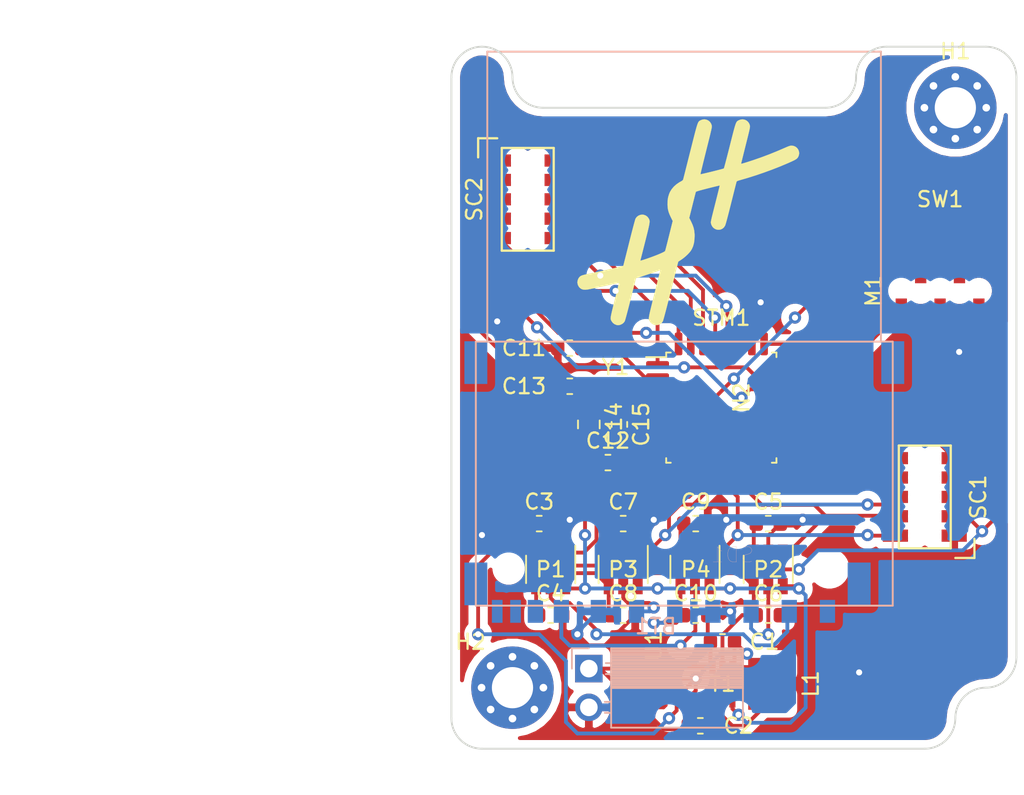
<source format=kicad_pcb>
(kicad_pcb (version 20171130) (host pcbnew 5.1.6-1.fc31)
  (layers (0 F.Cu signal) (31 B.Cu signal) (34 B.Paste user) (35 F.Paste user) (36 B.SilkS user) (37 F.SilkS user) (38 B.Mask user) (39 F.Mask user) (44 Edge.Cuts user))
  (net 0 "")
  (net 1 GND)
  (net 2 /Power/2V4)
  (net 3 /Power/3V3)
  (net 4 /MCU/OSC.IN)
  (net 5 /MCU/~RST)
  (net 6 /MCU/OSC.OUT)
  (net 7 "Net-(L1-Pad1)")
  (net 8 /MCU/SWD.IO)
  (net 9 /MCU/SWD.CLK)
  (net 10 "Net-(P1-Pad5)")
  (net 11 "/SD Card/EN")
  (net 12 "/SD Card/~SPI.CS")
  (net 13 "Net-(P2-Pad5)")
  (net 14 "/SD Card/SPI.MOSI")
  (net 15 "Net-(P3-Pad5)")
  (net 16 "/SD Card/SPI.CLK")
  (net 17 "Net-(P4-Pad5)")
  (net 18 "/SD Card/SPI.MISO")
  (net 19 "/Sensor Connector/~SPI1.CS")
  (net 20 "/Sensor Connector/I2C2.SDA")
  (net 21 "/Sensor Connector/I2C2.SCL")
  (net 22 /MCU/SPI2.CLK)
  (net 23 /MCU/SPI2.MOSI)
  (net 24 /MCU/SPI2.MISO)
  (net 25 /MCU/I2C1.SDA)
  (net 26 /MCU/I2C1.SCK)
  (net 27 /MCU/~SPI2.CS)
  (net 28 /MCU/GPIO1.2)
  (net 29 /MCU/GPIO1.1)
  (net 30 /MCU/GPIO2.2)
  (net 31 /MCU/GPIO2.1)
  (net 32 "Net-(BT1-Pad1)")
  (module data-logger:693063020911 (layer B.Cu) (at 166.5 110)
    (fp_text reference SD1 (at 15.4 -3.7) (layer B.SilkS) (effects (font (thickness 0.015)) (justify mirror)))
    (fp_text value 693063020911)
    (pad "" smd rect (at 0 0) (size 0.7 1.5) (layers B.Cu B.Paste B.Mask))
    (pad "" smd rect (at 1.2 0) (size 0.7 1.5) (layers B.Cu B.Paste B.Mask))
    (pad 8 smd rect (at 2.5 0) (size 1 1.5) (layers B.Cu B.Paste B.Mask))
    (pad 7 smd rect (at 4.2 0) (size 1 1.5) (layers B.Cu B.Paste B.Mask) (net 17 "Net-(P4-Pad5)"))
    (pad 6 smd rect (at 6.625 0) (size 1 1.5) (layers B.Cu B.Paste B.Mask) (net 1 GND))
    (pad 5 smd rect (at 9.125 0) (size 1 1.5) (layers B.Cu B.Paste B.Mask) (net 15 "Net-(P3-Pad5)"))
    (pad 4 smd rect (at 11.625 0) (size 1 1.5) (layers B.Cu B.Paste B.Mask) (net 3 /Power/3V3))
    (pad 3 smd rect (at 14.125 0) (size 1 1.5) (layers B.Cu B.Paste B.Mask) (net 1 GND))
    (pad 2 smd rect (at 16.625 0) (size 1 1.5) (layers B.Cu B.Paste B.Mask) (net 13 "Net-(P2-Pad5)"))
    (pad 1 smd rect (at 19.125 0) (size 1 1.5) (layers B.Cu B.Paste B.Mask) (net 10 "Net-(P1-Pad5)"))
    (pad 9 smd rect (at 21.625 0) (size 1 1.5) (layers B.Cu B.Paste B.Mask))
    (pad "" smd rect (at -1.4 -1.8) (size 1.5 2.8) (layers B.Cu B.Paste B.Mask))
    (pad "" smd rect (at 23.7 -1.8) (size 1.5 2.8) (layers B.Cu B.Paste B.Mask))
    (pad "" smd rect (at -1.4 -16.3) (size 1.5 2.8) (layers B.Cu B.Paste B.Mask))
    (pad "" smd rect (at 25.9 -16.3) (size 1.5 2.8) (layers B.Cu B.Paste B.Mask))
    (pad None np_thru_hole circle (at 0.75 -2.8) (size 1.1 1.1) (drill 1.1) (layers *.Cu *.Mask))
    (pad None np_thru_hole circle (at 21.75 -2.8) (size 1.6 1.6) (drill 1.6) (layers *.Cu *.Mask))
  )
  (module data-logger:PinSocket_1x02_P2.54mm_Horizontal (layer B.Cu) (at 172.5 113.75 180)
    (fp_text reference BT1 (at -4.38 2.77 180) (layer B.SilkS) (effects (justify mirror)))
    (fp_text value Battery)
    (pad 1 thru_hole rect (at 0 0 180) (size 1.8 1.8) (drill 1.15) (layers *.Cu *.Mask) (net 32 "Net-(BT1-Pad1)"))
    (pad 2 thru_hole oval (at 0 -2.54 180) (size 1.8 1.8) (drill 1.15) (layers *.Cu *.Mask) (net 1 GND))
  )
  (module data-logger:DMP2008UFG-7 (layer F.Cu) (at 176.705 114.75 90)
    (fp_text reference U1 (at 2.5 0.045 90) (layer F.SilkS))
    (fp_text value DMP2008UFG-7)
    (pad 8 smd rect (at 0 -0.455 90) (size 2.37 1.71) (layers F.Cu F.Paste F.Mask) (net 32 "Net-(BT1-Pad1)"))
    (pad 8 smd rect (at -0.975 -1.5 90) (size 0.42 0.7) (layers F.Cu F.Paste F.Mask) (net 32 "Net-(BT1-Pad1)"))
    (pad 7 smd rect (at -0.325 -1.5 90) (size 0.42 0.7) (layers F.Cu F.Paste F.Mask) (net 32 "Net-(BT1-Pad1)"))
    (pad 6 smd rect (at 0.325 -1.5 90) (size 0.42 0.7) (layers F.Cu F.Paste F.Mask) (net 32 "Net-(BT1-Pad1)"))
    (pad 5 smd rect (at 0.975 -1.5 90) (size 0.42 0.7) (layers F.Cu F.Paste F.Mask) (net 32 "Net-(BT1-Pad1)"))
    (pad 4 smd rect (at 0.975 1.5 90) (size 0.42 0.7) (layers F.Cu F.Paste F.Mask) (net 1 GND))
    (pad 3 smd rect (at 0.325 1.5 90) (size 0.42 0.7) (layers F.Cu F.Paste F.Mask) (net 2 /Power/2V4))
    (pad 2 smd rect (at -0.325 1.5 90) (size 0.42 0.7) (layers F.Cu F.Paste F.Mask) (net 2 /Power/2V4))
    (pad 1 smd rect (at -0.975 1.5 90) (size 0.42 0.7) (layers F.Cu F.Paste F.Mask) (net 2 /Power/2V4))
  )
  (module data-logger:pcb_outline (layer F.Cu) (at 182 96 90)
    (fp_text reference N2 (at 0 0.5 90) (layer F.SilkS))
    (fp_text value Housing)
    (fp_line (start 19 -12.5) (end 19 6) (layer Edge.Cuts) (width 0.12))
    (fp_line (start -23 12.5) (end -23 -16.5) (layer Edge.Cuts) (width 0.12))
    (fp_line (start 21 18.5) (end -17 18.5) (layer Edge.Cuts) (width 0.12))
    (fp_line (start 23 10) (end 23 16.5) (layer Edge.Cuts) (width 0.12))
    (fp_line (start -21 -18.5) (end 21 -18.5) (layer Edge.Cuts) (width 0.12))
    (fp_arc (start -17 16.5) (end -19 16.5) (angle -90) (layer Edge.Cuts) (width 0.12))
    (fp_arc (start -21 16.5) (end -19 16.5) (angle -90) (layer Edge.Cuts) (width 0.12))
    (fp_arc (start 21 10) (end 23 10) (angle -90) (layer Edge.Cuts) (width 0.12))
    (fp_arc (start 21 6) (end 19 6) (angle -90) (layer Edge.Cuts) (width 0.12))
    (fp_arc (start 21 -12.5) (end 21 -14.5) (angle -90) (layer Edge.Cuts) (width 0.12))
    (fp_arc (start 21 -16.5) (end 21 -14.5) (angle -90) (layer Edge.Cuts) (width 0.12))
    (fp_arc (start -21 -16.5) (end -21 -18.5) (angle -90) (layer Edge.Cuts) (width 0.12))
    (fp_arc (start -21 12.5) (end -23 12.5) (angle -90) (layer Edge.Cuts) (width 0.12))
    (fp_arc (start 21 16.5) (end 21 18.5) (angle -90) (layer Edge.Cuts) (width 0.12))
    (fp_arc (start 21 -16.5) (end 23 -16.5) (angle -90) (layer Edge.Cuts) (width 0.12))
  )
  (module Hochreiner:logo (layer F.Cu) (at 179 84.5)
    (fp_text reference L2 hide)
    (fp_text value logo hide)
  )
  (module data-logger:M50-3150542R (layer F.Cu) (at 168.5 83 270)
    (fp_text reference SC2 (at 0 3.5 90) (layer F.SilkS))
    (fp_text value Sensor-Connector)
    (pad 10 smd rect (at 2.54 -1.925 270) (size 0.8 1.65) (layers F.Cu F.Paste F.Mask) (net 30 /MCU/GPIO2.2))
    (pad 8 smd rect (at 1.27 -1.925 270) (size 0.8 1.65) (layers F.Cu F.Paste F.Mask) (net 27 /MCU/~SPI2.CS))
    (pad 6 smd rect (at 0 -1.925 270) (size 0.8 1.65) (layers F.Cu F.Paste F.Mask) (net 22 /MCU/SPI2.CLK))
    (pad "" np_thru_hole circle (at 2.54 0.635 270) (size 0.71 0.71) (drill 0.71) (layers *.Cu *.Mask))
    (pad "" np_thru_hole circle (at 2.54 -0.635 270) (size 0.71 0.71) (drill 0.71) (layers *.Cu *.Mask))
    (pad "" np_thru_hole circle (at -2.54 0.635 270) (size 0.71 0.71) (drill 0.71) (layers *.Cu *.Mask))
    (pad "" np_thru_hole circle (at -2.54 -0.635 270) (size 0.71 0.71) (drill 0.71) (layers *.Cu *.Mask))
    (pad "" np_thru_hole circle (at -1.27 0.635 270) (size 0.71 0.71) (drill 0.71) (layers *.Cu *.Mask))
    (pad "" np_thru_hole circle (at -1.27 -0.635 270) (size 0.71 0.71) (drill 0.71) (layers *.Cu *.Mask))
    (pad "" np_thru_hole circle (at 1.27 0.635 270) (size 0.71 0.71) (drill 0.71) (layers *.Cu *.Mask))
    (pad "" np_thru_hole circle (at 1.27 -0.635 270) (size 0.71 0.71) (drill 0.71) (layers *.Cu *.Mask))
    (pad "" np_thru_hole circle (at 0 0.635 270) (size 0.71 0.71) (drill 0.71) (layers *.Cu *.Mask))
    (pad "" np_thru_hole circle (at 0 -0.635 270) (size 0.71 0.71) (drill 0.71) (layers *.Cu *.Mask))
    (pad "" np_thru_hole circle (at -1.905 0 270) (size 0.75 0.75) (drill 0.75) (layers *.Cu *.Mask))
    (pad "" np_thru_hole circle (at 1.905 0 270) (size 0.75 0.75) (drill 0.75) (layers *.Cu *.Mask))
    (pad 4 smd rect (at -1.27 -1.925 270) (size 0.8 1.65) (layers F.Cu F.Paste F.Mask) (net 23 /MCU/SPI2.MOSI))
    (pad 2 smd rect (at -2.54 -1.925 270) (size 0.8 1.65) (layers F.Cu F.Paste F.Mask) (net 24 /MCU/SPI2.MISO))
    (pad 5 smd rect (at 0 1.925 270) (size 0.8 1.65) (layers F.Cu F.Paste F.Mask) (net 20 "/Sensor Connector/I2C2.SDA"))
    (pad 9 smd rect (at 2.54 1.925 270) (size 0.8 1.65) (layers F.Cu F.Paste F.Mask) (net 31 /MCU/GPIO2.1))
    (pad 7 smd rect (at 1.27 1.925 270) (size 0.8 1.65) (layers F.Cu F.Paste F.Mask) (net 21 "/Sensor Connector/I2C2.SCL"))
    (pad 1 smd rect (at -2.54 1.925 270) (size 0.8 1.65) (layers F.Cu F.Paste F.Mask) (net 1 GND))
    (pad 3 smd rect (at -1.27 1.925 270) (size 0.8 1.65) (layers F.Cu F.Paste F.Mask) (net 2 /Power/2V4))
  )
  (module data-logger:MPD_BC2AAAL (layer B.Cu) (at 146.5 96 270)
    (fp_text reference N1 hide)
    (fp_text value BatteryHolder hide)
  )
  (module MountingHole:MountingHole_2.7mm_M2.5_Pad_Via (layer F.Cu) (at 167.5 115)
    (fp_text reference H2 (at -2.75 -3) (layer F.SilkS))
    (fp_text value MountingHole)
    (pad 1 thru_hole circle (at 1.431891 -1.431891) (size 0.8 0.8) (drill 0.5) (layers *.Cu *.Mask))
    (pad 1 thru_hole circle (at 0 -2.025) (size 0.8 0.8) (drill 0.5) (layers *.Cu *.Mask))
    (pad 1 thru_hole circle (at -1.431891 -1.431891) (size 0.8 0.8) (drill 0.5) (layers *.Cu *.Mask))
    (pad 1 thru_hole circle (at -2.025 0) (size 0.8 0.8) (drill 0.5) (layers *.Cu *.Mask))
    (pad 1 thru_hole circle (at -1.431891 1.431891) (size 0.8 0.8) (drill 0.5) (layers *.Cu *.Mask))
    (pad 1 thru_hole circle (at 0 2.025) (size 0.8 0.8) (drill 0.5) (layers *.Cu *.Mask))
    (pad 1 thru_hole circle (at 1.431891 1.431891) (size 0.8 0.8) (drill 0.5) (layers *.Cu *.Mask))
    (pad 1 thru_hole circle (at 2.025 0) (size 0.8 0.8) (drill 0.5) (layers *.Cu *.Mask))
    (pad 1 thru_hole circle (at 0 0) (size 5.4 5.4) (drill 2.7) (layers *.Cu *.Mask))
  )
  (module MountingHole:MountingHole_2.7mm_M2.5_Pad_Via (layer F.Cu) (at 196.5 77)
    (fp_text reference H1 (at 0 -3.7) (layer F.SilkS))
    (fp_text value MountingHole)
    (pad 1 thru_hole circle (at 1.431891 -1.431891) (size 0.8 0.8) (drill 0.5) (layers *.Cu *.Mask))
    (pad 1 thru_hole circle (at 0 -2.025) (size 0.8 0.8) (drill 0.5) (layers *.Cu *.Mask))
    (pad 1 thru_hole circle (at -1.431891 -1.431891) (size 0.8 0.8) (drill 0.5) (layers *.Cu *.Mask))
    (pad 1 thru_hole circle (at -2.025 0) (size 0.8 0.8) (drill 0.5) (layers *.Cu *.Mask))
    (pad 1 thru_hole circle (at -1.431891 1.431891) (size 0.8 0.8) (drill 0.5) (layers *.Cu *.Mask))
    (pad 1 thru_hole circle (at 0 2.025) (size 0.8 0.8) (drill 0.5) (layers *.Cu *.Mask))
    (pad 1 thru_hole circle (at 1.431891 1.431891) (size 0.8 0.8) (drill 0.5) (layers *.Cu *.Mask))
    (pad 1 thru_hole circle (at 2.025 0) (size 0.8 0.8) (drill 0.5) (layers *.Cu *.Mask))
    (pad 1 thru_hole circle (at 0 0) (size 5.4 5.4) (drill 2.7) (layers *.Cu *.Mask))
  )
  (module data-logger:M50-3150542R (layer F.Cu) (at 194.5 102.5 90)
    (fp_text reference SC1 (at 0 3.5 90) (layer F.SilkS))
    (fp_text value Sensor-Connector)
    (pad 10 smd rect (at 2.54 -1.925 90) (size 0.8 1.65) (layers F.Cu F.Paste F.Mask) (net 28 /MCU/GPIO1.2))
    (pad 8 smd rect (at 1.27 -1.925 90) (size 0.8 1.65) (layers F.Cu F.Paste F.Mask) (net 19 "/Sensor Connector/~SPI1.CS"))
    (pad 6 smd rect (at 0 -1.925 90) (size 0.8 1.65) (layers F.Cu F.Paste F.Mask) (net 16 "/SD Card/SPI.CLK"))
    (pad "" np_thru_hole circle (at 2.54 0.635 90) (size 0.71 0.71) (drill 0.71) (layers *.Cu *.Mask))
    (pad "" np_thru_hole circle (at 2.54 -0.635 90) (size 0.71 0.71) (drill 0.71) (layers *.Cu *.Mask))
    (pad "" np_thru_hole circle (at -2.54 0.635 90) (size 0.71 0.71) (drill 0.71) (layers *.Cu *.Mask))
    (pad "" np_thru_hole circle (at -2.54 -0.635 90) (size 0.71 0.71) (drill 0.71) (layers *.Cu *.Mask))
    (pad "" np_thru_hole circle (at -1.27 0.635 90) (size 0.71 0.71) (drill 0.71) (layers *.Cu *.Mask))
    (pad "" np_thru_hole circle (at -1.27 -0.635 90) (size 0.71 0.71) (drill 0.71) (layers *.Cu *.Mask))
    (pad "" np_thru_hole circle (at 1.27 0.635 90) (size 0.71 0.71) (drill 0.71) (layers *.Cu *.Mask))
    (pad "" np_thru_hole circle (at 1.27 -0.635 90) (size 0.71 0.71) (drill 0.71) (layers *.Cu *.Mask))
    (pad "" np_thru_hole circle (at 0 0.635 90) (size 0.71 0.71) (drill 0.71) (layers *.Cu *.Mask))
    (pad "" np_thru_hole circle (at 0 -0.635 90) (size 0.71 0.71) (drill 0.71) (layers *.Cu *.Mask))
    (pad "" np_thru_hole circle (at -1.905 0 90) (size 0.75 0.75) (drill 0.75) (layers *.Cu *.Mask))
    (pad "" np_thru_hole circle (at 1.905 0 90) (size 0.75 0.75) (drill 0.75) (layers *.Cu *.Mask))
    (pad 4 smd rect (at -1.27 -1.925 90) (size 0.8 1.65) (layers F.Cu F.Paste F.Mask) (net 14 "/SD Card/SPI.MOSI"))
    (pad 2 smd rect (at -2.54 -1.925 90) (size 0.8 1.65) (layers F.Cu F.Paste F.Mask) (net 18 "/SD Card/SPI.MISO"))
    (pad 5 smd rect (at 0 1.925 90) (size 0.8 1.65) (layers F.Cu F.Paste F.Mask) (net 25 /MCU/I2C1.SDA))
    (pad 9 smd rect (at 2.54 1.925 90) (size 0.8 1.65) (layers F.Cu F.Paste F.Mask) (net 29 /MCU/GPIO1.1))
    (pad 7 smd rect (at 1.27 1.925 90) (size 0.8 1.65) (layers F.Cu F.Paste F.Mask) (net 26 /MCU/I2C1.SCK))
    (pad 1 smd rect (at -2.54 1.925 90) (size 0.8 1.65) (layers F.Cu F.Paste F.Mask) (net 1 GND))
    (pad 3 smd rect (at -1.27 1.925 90) (size 0.8 1.65) (layers F.Cu F.Paste F.Mask) (net 2 /Power/2V4))
  )
  (module data-logger:M50-3130545 (layer F.Cu) (at 195.5 89 180)
    (fp_text reference M1 (at 4.35 0 90) (layer F.SilkS))
    (fp_text value M50-3130545)
    (pad 1 smd rect (at -2.54 -1.3 180) (size 0.74 1.6) (layers F.Cu F.Paste F.Mask) (net 2 /Power/2V4))
    (pad 3 smd rect (at 0 -1.3 180) (size 0.74 1.6) (layers F.Cu F.Paste F.Mask) (net 1 GND))
    (pad 5 smd rect (at 2.54 -1.3 180) (size 0.74 1.6) (layers F.Cu F.Paste F.Mask) (net 8 /MCU/SWD.IO))
    (pad 2 smd rect (at -1.27 1.3 180) (size 0.74 1.6) (layers F.Cu F.Paste F.Mask) (net 5 /MCU/~RST))
    (pad 4 smd rect (at 1.27 1.3 180) (size 0.74 1.6) (layers F.Cu F.Paste F.Mask) (net 9 /MCU/SWD.CLK))
    (pad "" np_thru_hole circle (at -2.54 0 180) (size 0.7 0.7) (drill 0.7) (layers *.Cu *.Mask))
    (pad "" np_thru_hole circle (at -1.27 0 180) (size 0.7 0.7) (drill 0.7) (layers *.Cu *.Mask))
    (pad "" np_thru_hole circle (at 0 0 180) (size 0.7 0.7) (drill 0.7) (layers *.Cu *.Mask))
    (pad "" np_thru_hole circle (at 1.27 0 180) (size 0.7 0.7) (drill 0.7) (layers *.Cu *.Mask))
    (pad "" np_thru_hole circle (at 2.54 0 180) (size 0.7 0.7) (drill 0.7) (layers *.Cu *.Mask))
  )
  (module MicroCrystal:CM7V-T1A (layer F.Cu) (at 174.25 94 270)
    (fp_text reference Y1 (at 0 0 180) (layer F.SilkS))
    (fp_text value "32.768 kHz")
    (pad 2 smd rect (at 1.25 0 270) (size 1 1.8) (layers F.Cu F.Paste F.Mask) (net 6 /MCU/OSC.OUT))
    (pad 1 smd rect (at -1.25 0 270) (size 1 1.8) (layers F.Cu F.Paste F.Mask) (net 4 /MCU/OSC.IN))
  )
  (module TexasInstruments:TLV61225DCKR (layer F.Cu) (at 181.25 114.75 180)
    (fp_text reference T1 (at 0 0) (layer F.SilkS))
    (fp_text value TLV61225DCKR)
    (pad 6 smd rect (at -0.65 -1.1 180) (size 0.4 0.9) (layers F.Cu F.Paste F.Mask) (net 11 "/SD Card/EN"))
    (pad 5 smd rect (at 0 -1.1 180) (size 0.4 0.9) (layers F.Cu F.Paste F.Mask) (net 7 "Net-(L1-Pad1)"))
    (pad 4 smd rect (at 0.65 -1.1 180) (size 0.4 0.9) (layers F.Cu F.Paste F.Mask) (net 3 /Power/3V3))
    (pad 3 smd rect (at 0.65 1.1 180) (size 0.4 0.9) (layers F.Cu F.Paste F.Mask) (net 1 GND))
    (pad 2 smd rect (at 0 1.1 180) (size 0.4 0.9) (layers F.Cu F.Paste F.Mask) (net 3 /Power/3V3))
    (pad 1 smd rect (at -0.65 1.1 180) (size 0.4 0.9) (layers F.Cu F.Paste F.Mask) (net 2 /Power/2V4))
  )
  (module CnK:PTS526-SM15-SMTR2-LFS (layer F.Cu) (at 195.5 83.5 180)
    (fp_text reference SW1 (at 0 0.5) (layer F.SilkS))
    (fp_text value SW_Push)
    (pad 2 smd rect (at 3 1.85 180) (size 1 0.7) (layers F.Cu F.Paste F.Mask) (net 1 GND))
    (pad 2 smd rect (at -3 1.85 180) (size 1 0.7) (layers F.Cu F.Paste F.Mask) (net 1 GND))
    (pad 1 smd rect (at 3 -1.85 180) (size 1 0.7) (layers F.Cu F.Paste F.Mask) (net 5 /MCU/~RST))
    (pad 1 smd rect (at -3 -1.85 180) (size 1 0.7) (layers F.Cu F.Paste F.Mask) (net 5 /MCU/~RST))
  )
  (module Package_QFP:LQFP-32_7x7mm_P0.8mm (layer F.Cu) (at 181.175 96.65)
    (fp_text reference STM1 (at 0 -5.88) (layer F.SilkS))
    (fp_text value STM32G070KBT6)
    (pad 32 smd roundrect (at -2.8 -4.175) (size 0.5 1.5) (layers F.Cu F.Paste F.Mask) (net 22 /MCU/SPI2.CLK))
    (pad 31 smd roundrect (at -2 -4.175) (size 0.5 1.5) (layers F.Cu F.Paste F.Mask) (net 23 /MCU/SPI2.MOSI))
    (pad 30 smd roundrect (at -1.2 -4.175) (size 0.5 1.5) (layers F.Cu F.Paste F.Mask) (net 24 /MCU/SPI2.MISO))
    (pad 29 smd roundrect (at -0.4 -4.175) (size 0.5 1.5) (layers F.Cu F.Paste F.Mask) (net 31 /MCU/GPIO2.1))
    (pad 28 smd roundrect (at 0.4 -4.175) (size 0.5 1.5) (layers F.Cu F.Paste F.Mask) (net 30 /MCU/GPIO2.2))
    (pad 27 smd roundrect (at 1.2 -4.175) (size 0.5 1.5) (layers F.Cu F.Paste F.Mask))
    (pad 26 smd roundrect (at 2 -4.175) (size 0.5 1.5) (layers F.Cu F.Paste F.Mask))
    (pad 25 smd roundrect (at 2.8 -4.175) (size 0.5 1.5) (layers F.Cu F.Paste F.Mask) (net 9 /MCU/SWD.CLK))
    (pad 24 smd roundrect (at 4.175 -2.8) (size 1.5 0.5) (layers F.Cu F.Paste F.Mask) (net 8 /MCU/SWD.IO))
    (pad 23 smd roundrect (at 4.175 -2) (size 1.5 0.5) (layers F.Cu F.Paste F.Mask) (net 20 "/Sensor Connector/I2C2.SDA"))
    (pad 22 smd roundrect (at 4.175 -1.2) (size 1.5 0.5) (layers F.Cu F.Paste F.Mask) (net 21 "/Sensor Connector/I2C2.SCL"))
    (pad 21 smd roundrect (at 4.175 -0.4) (size 1.5 0.5) (layers F.Cu F.Paste F.Mask) (net 25 /MCU/I2C1.SDA))
    (pad 20 smd roundrect (at 4.175 0.4) (size 1.5 0.5) (layers F.Cu F.Paste F.Mask))
    (pad 19 smd roundrect (at 4.175 1.2) (size 1.5 0.5) (layers F.Cu F.Paste F.Mask) (net 26 /MCU/I2C1.SCK))
    (pad 18 smd roundrect (at 4.175 2) (size 1.5 0.5) (layers F.Cu F.Paste F.Mask))
    (pad 17 smd roundrect (at 4.175 2.8) (size 1.5 0.5) (layers F.Cu F.Paste F.Mask) (net 29 /MCU/GPIO1.1))
    (pad 16 smd roundrect (at 2.8 4.175) (size 0.5 1.5) (layers F.Cu F.Paste F.Mask) (net 28 /MCU/GPIO1.2))
    (pad 15 smd roundrect (at 2 4.175) (size 0.5 1.5) (layers F.Cu F.Paste F.Mask) (net 19 "/Sensor Connector/~SPI1.CS"))
    (pad 14 smd roundrect (at 1.2 4.175) (size 0.5 1.5) (layers F.Cu F.Paste F.Mask) (net 14 "/SD Card/SPI.MOSI"))
    (pad 13 smd roundrect (at 0.4 4.175) (size 0.5 1.5) (layers F.Cu F.Paste F.Mask) (net 18 "/SD Card/SPI.MISO"))
    (pad 12 smd roundrect (at -0.4 4.175) (size 0.5 1.5) (layers F.Cu F.Paste F.Mask) (net 16 "/SD Card/SPI.CLK"))
    (pad 11 smd roundrect (at -1.2 4.175) (size 0.5 1.5) (layers F.Cu F.Paste F.Mask) (net 12 "/SD Card/~SPI.CS"))
    (pad 10 smd roundrect (at -2 4.175) (size 0.5 1.5) (layers F.Cu F.Paste F.Mask))
    (pad 9 smd roundrect (at -2.8 4.175) (size 0.5 1.5) (layers F.Cu F.Paste F.Mask))
    (pad 8 smd roundrect (at -4.175 2.8) (size 1.5 0.5) (layers F.Cu F.Paste F.Mask))
    (pad 7 smd roundrect (at -4.175 2) (size 1.5 0.5) (layers F.Cu F.Paste F.Mask) (net 11 "/SD Card/EN"))
    (pad 6 smd roundrect (at -4.175 1.2) (size 1.5 0.5) (layers F.Cu F.Paste F.Mask) (net 5 /MCU/~RST))
    (pad 5 smd roundrect (at -4.175 0.4) (size 1.5 0.5) (layers F.Cu F.Paste F.Mask) (net 1 GND))
    (pad 4 smd roundrect (at -4.175 -0.4) (size 1.5 0.5) (layers F.Cu F.Paste F.Mask) (net 2 /Power/2V4))
    (pad 3 smd roundrect (at -4.175 -1.2) (size 1.5 0.5) (layers F.Cu F.Paste F.Mask) (net 6 /MCU/OSC.OUT))
    (pad 2 smd roundrect (at -4.175 -2) (size 1.5 0.5) (layers F.Cu F.Paste F.Mask) (net 4 /MCU/OSC.IN))
    (pad 1 smd roundrect (at -4.175 -2.8) (size 1.5 0.5) (layers F.Cu F.Paste F.Mask) (net 27 /MCU/~SPI2.CS))
  )
  (module Package_TO_SOT_SMD:SOT-23-6 (layer F.Cu) (at 179.45 107.25 270)
    (fp_text reference P4 (at 0 -0.05 180) (layer F.SilkS))
    (fp_text value PI4ULS3V501TAEX)
    (pad 5 smd rect (at 1.1 0 270) (size 1.06 0.65) (layers F.Cu F.Paste F.Mask) (net 17 "Net-(P4-Pad5)"))
    (pad 6 smd rect (at 1.1 -0.95 270) (size 1.06 0.65) (layers F.Cu F.Paste F.Mask) (net 11 "/SD Card/EN"))
    (pad 4 smd rect (at 1.1 0.95 270) (size 1.06 0.65) (layers F.Cu F.Paste F.Mask) (net 3 /Power/3V3))
    (pad 3 smd rect (at -1.1 0.95 270) (size 1.06 0.65) (layers F.Cu F.Paste F.Mask) (net 2 /Power/2V4))
    (pad 2 smd rect (at -1.1 0 270) (size 1.06 0.65) (layers F.Cu F.Paste F.Mask) (net 1 GND))
    (pad 1 smd rect (at -1.1 -0.95 270) (size 1.06 0.65) (layers F.Cu F.Paste F.Mask) (net 18 "/SD Card/SPI.MISO"))
  )
  (module Package_TO_SOT_SMD:SOT-23-6 (layer F.Cu) (at 174.75 107.25 270)
    (fp_text reference P3 (at 0 0 180) (layer F.SilkS))
    (fp_text value PI4ULS3V501TAEX)
    (pad 5 smd rect (at 1.1 0 270) (size 1.06 0.65) (layers F.Cu F.Paste F.Mask) (net 15 "Net-(P3-Pad5)"))
    (pad 6 smd rect (at 1.1 -0.95 270) (size 1.06 0.65) (layers F.Cu F.Paste F.Mask) (net 11 "/SD Card/EN"))
    (pad 4 smd rect (at 1.1 0.95 270) (size 1.06 0.65) (layers F.Cu F.Paste F.Mask) (net 3 /Power/3V3))
    (pad 3 smd rect (at -1.1 0.95 270) (size 1.06 0.65) (layers F.Cu F.Paste F.Mask) (net 2 /Power/2V4))
    (pad 2 smd rect (at -1.1 0 270) (size 1.06 0.65) (layers F.Cu F.Paste F.Mask) (net 1 GND))
    (pad 1 smd rect (at -1.1 -0.95 270) (size 1.06 0.65) (layers F.Cu F.Paste F.Mask) (net 16 "/SD Card/SPI.CLK"))
  )
  (module Package_TO_SOT_SMD:SOT-23-6 (layer F.Cu) (at 184.25 107.25 270)
    (fp_text reference P2 (at 0 0 180) (layer F.SilkS))
    (fp_text value PI4ULS3V501TAEX)
    (pad 5 smd rect (at 1.1 0 270) (size 1.06 0.65) (layers F.Cu F.Paste F.Mask) (net 13 "Net-(P2-Pad5)"))
    (pad 6 smd rect (at 1.1 -0.95 270) (size 1.06 0.65) (layers F.Cu F.Paste F.Mask) (net 11 "/SD Card/EN"))
    (pad 4 smd rect (at 1.1 0.95 270) (size 1.06 0.65) (layers F.Cu F.Paste F.Mask) (net 3 /Power/3V3))
    (pad 3 smd rect (at -1.1 0.95 270) (size 1.06 0.65) (layers F.Cu F.Paste F.Mask) (net 2 /Power/2V4))
    (pad 2 smd rect (at -1.1 0 270) (size 1.06 0.65) (layers F.Cu F.Paste F.Mask) (net 1 GND))
    (pad 1 smd rect (at -1.1 -0.95 270) (size 1.06 0.65) (layers F.Cu F.Paste F.Mask) (net 14 "/SD Card/SPI.MOSI"))
  )
  (module Package_TO_SOT_SMD:SOT-23-6 (layer F.Cu) (at 170 107.25 270)
    (fp_text reference P1 (at 0 0 180) (layer F.SilkS))
    (fp_text value PI4ULS3V501TAEX)
    (pad 5 smd rect (at 1.1 0 270) (size 1.06 0.65) (layers F.Cu F.Paste F.Mask) (net 10 "Net-(P1-Pad5)"))
    (pad 6 smd rect (at 1.1 -0.95 270) (size 1.06 0.65) (layers F.Cu F.Paste F.Mask) (net 11 "/SD Card/EN"))
    (pad 4 smd rect (at 1.1 0.95 270) (size 1.06 0.65) (layers F.Cu F.Paste F.Mask) (net 3 /Power/3V3))
    (pad 3 smd rect (at -1.1 0.95 270) (size 1.06 0.65) (layers F.Cu F.Paste F.Mask) (net 2 /Power/2V4))
    (pad 2 smd rect (at -1.1 0 270) (size 1.06 0.65) (layers F.Cu F.Paste F.Mask) (net 1 GND))
    (pad 1 smd rect (at -1.1 -0.95 270) (size 1.06 0.65) (layers F.Cu F.Paste F.Mask) (net 12 "/SD Card/~SPI.CS"))
  )
  (module Murata:LQH3NPN4R7MMEL (layer F.Cu) (at 184.285 114.75 90)
    (fp_text reference L1 (at 0 2.75 90) (layer F.SilkS))
    (fp_text value "4.7 µH")
    (pad 2 smd rect (at 1.2 0 90) (size 1 2.7) (layers F.Cu F.Paste F.Mask) (net 2 /Power/2V4))
    (pad 1 smd rect (at -1.2 0 90) (size 1 2.7) (layers F.Cu F.Paste F.Mask) (net 7 "Net-(L1-Pad1)"))
  )
  (module Capacitor_SMD:C_0603_1608Metric (layer F.Cu) (at 174.5 97.75 270)
    (fp_text reference C15 (at 0 -1.43 90) (layer F.SilkS))
    (fp_text value "0.1 µF")
    (pad 2 smd roundrect (at 0.7875 0 270) (size 0.875 0.95) (layers F.Cu F.Paste F.Mask) (net 1 GND))
    (pad 1 smd roundrect (at -0.7875 0 270) (size 0.875 0.95) (layers F.Cu F.Paste F.Mask) (net 2 /Power/2V4))
  )
  (module Capacitor_SMD:C_0805_2012Metric (layer F.Cu) (at 172.5 97.75 270)
    (fp_text reference C14 (at 0 -1.65 90) (layer F.SilkS))
    (fp_text value "4.7 µF")
    (pad 2 smd roundrect (at 0.9375 0 270) (size 0.975 1.4) (layers F.Cu F.Paste F.Mask) (net 1 GND))
    (pad 1 smd roundrect (at -0.9375 0 270) (size 0.975 1.4) (layers F.Cu F.Paste F.Mask) (net 2 /Power/2V4))
  )
  (module Capacitor_SMD:C_0603_1608Metric (layer F.Cu) (at 171.25 95.25 180)
    (fp_text reference C13 (at 3 0) (layer F.SilkS))
    (fp_text value "6 pF")
    (pad 2 smd roundrect (at 0.7875 0 180) (size 0.875 0.95) (layers F.Cu F.Paste F.Mask) (net 1 GND))
    (pad 1 smd roundrect (at -0.7875 0 180) (size 0.875 0.95) (layers F.Cu F.Paste F.Mask) (net 6 /MCU/OSC.OUT))
  )
  (module Capacitor_SMD:C_0603_1608Metric (layer F.Cu) (at 173.75 100.25)
    (fp_text reference C12 (at 0 -1.43) (layer F.SilkS))
    (fp_text value "0.1 µF")
    (pad 2 smd roundrect (at 0.7875 0) (size 0.875 0.95) (layers F.Cu F.Paste F.Mask) (net 5 /MCU/~RST))
    (pad 1 smd roundrect (at -0.7875 0) (size 0.875 0.95) (layers F.Cu F.Paste F.Mask) (net 1 GND))
  )
  (module Capacitor_SMD:C_0603_1608Metric (layer F.Cu) (at 171.25 92.75 180)
    (fp_text reference C11 (at 3 0) (layer F.SilkS))
    (fp_text value "6 pF")
    (pad 2 smd roundrect (at 0.7875 0 180) (size 0.875 0.95) (layers F.Cu F.Paste F.Mask) (net 1 GND))
    (pad 1 smd roundrect (at -0.7875 0 180) (size 0.875 0.95) (layers F.Cu F.Paste F.Mask) (net 4 /MCU/OSC.IN))
  )
  (module Capacitor_SMD:C_0603_1608Metric (layer F.Cu) (at 179.5 110.25)
    (fp_text reference C10 (at 0 -1.43 180) (layer F.SilkS))
    (fp_text value "0.1 µF")
    (pad 2 smd roundrect (at 0.7875 0) (size 0.875 0.95) (layers F.Cu F.Paste F.Mask) (net 1 GND))
    (pad 1 smd roundrect (at -0.7875 0) (size 0.875 0.95) (layers F.Cu F.Paste F.Mask) (net 3 /Power/3V3))
  )
  (module Capacitor_SMD:C_0603_1608Metric (layer F.Cu) (at 179.5 104.25)
    (fp_text reference C9 (at 0 -1.43 180) (layer F.SilkS))
    (fp_text value "0.1 µF")
    (pad 2 smd roundrect (at 0.7875 0) (size 0.875 0.95) (layers F.Cu F.Paste F.Mask) (net 1 GND))
    (pad 1 smd roundrect (at -0.7875 0) (size 0.875 0.95) (layers F.Cu F.Paste F.Mask) (net 2 /Power/2V4))
  )
  (module Capacitor_SMD:C_0603_1608Metric (layer F.Cu) (at 174.75 110.25)
    (fp_text reference C8 (at 0 -1.43 180) (layer F.SilkS))
    (fp_text value "0.1 µF")
    (pad 2 smd roundrect (at 0.7875 0) (size 0.875 0.95) (layers F.Cu F.Paste F.Mask) (net 1 GND))
    (pad 1 smd roundrect (at -0.7875 0) (size 0.875 0.95) (layers F.Cu F.Paste F.Mask) (net 3 /Power/3V3))
  )
  (module Capacitor_SMD:C_0603_1608Metric (layer F.Cu) (at 174.75 104.25)
    (fp_text reference C7 (at 0 -1.43 180) (layer F.SilkS))
    (fp_text value "0.1 µF")
    (pad 2 smd roundrect (at 0.7875 0) (size 0.875 0.95) (layers F.Cu F.Paste F.Mask) (net 1 GND))
    (pad 1 smd roundrect (at -0.7875 0) (size 0.875 0.95) (layers F.Cu F.Paste F.Mask) (net 2 /Power/2V4))
  )
  (module Capacitor_SMD:C_0603_1608Metric (layer F.Cu) (at 184.25 110.25)
    (fp_text reference C6 (at 0 -1.43 180) (layer F.SilkS))
    (fp_text value "0.1 µF")
    (pad 2 smd roundrect (at 0.7875 0) (size 0.875 0.95) (layers F.Cu F.Paste F.Mask) (net 1 GND))
    (pad 1 smd roundrect (at -0.7875 0) (size 0.875 0.95) (layers F.Cu F.Paste F.Mask) (net 3 /Power/3V3))
  )
  (module Capacitor_SMD:C_0603_1608Metric (layer F.Cu) (at 184.25 104.25)
    (fp_text reference C5 (at 0 -1.43 180) (layer F.SilkS))
    (fp_text value "0.1 µF")
    (pad 2 smd roundrect (at 0.7875 0) (size 0.875 0.95) (layers F.Cu F.Paste F.Mask) (net 1 GND))
    (pad 1 smd roundrect (at -0.7875 0) (size 0.875 0.95) (layers F.Cu F.Paste F.Mask) (net 2 /Power/2V4))
  )
  (module Capacitor_SMD:C_0603_1608Metric (layer F.Cu) (at 170 110.25)
    (fp_text reference C4 (at 0 -1.43 180) (layer F.SilkS))
    (fp_text value "0.1 µF")
    (pad 2 smd roundrect (at 0.7875 0) (size 0.875 0.95) (layers F.Cu F.Paste F.Mask) (net 1 GND))
    (pad 1 smd roundrect (at -0.7875 0) (size 0.875 0.95) (layers F.Cu F.Paste F.Mask) (net 3 /Power/3V3))
  )
  (module Capacitor_SMD:C_0603_1608Metric (layer F.Cu) (at 169.25 104.25)
    (fp_text reference C3 (at 0 -1.43 180) (layer F.SilkS))
    (fp_text value "0.1 µF")
    (pad 2 smd roundrect (at 0.7875 0) (size 0.875 0.95) (layers F.Cu F.Paste F.Mask) (net 1 GND))
    (pad 1 smd roundrect (at -0.7875 0) (size 0.875 0.95) (layers F.Cu F.Paste F.Mask) (net 2 /Power/2V4))
  )
  (module Capacitor_SMD:C_0603_1608Metric (layer F.Cu) (at 179.8 117.5 180)
    (fp_text reference C2 (at -2.5 0) (layer F.SilkS))
    (fp_text value "10 µF")
    (pad 2 smd roundrect (at 0.7875 0 180) (size 0.875 0.95) (layers F.Cu F.Paste F.Mask) (net 1 GND))
    (pad 1 smd roundrect (at -0.7875 0 180) (size 0.875 0.95) (layers F.Cu F.Paste F.Mask) (net 3 /Power/3V3))
  )
  (module Capacitor_SMD:C_0603_1608Metric (layer F.Cu) (at 181.25 112 180)
    (fp_text reference C1 (at -2.75 0) (layer F.SilkS))
    (fp_text value "10 µF")
    (pad 2 smd roundrect (at 0.7875 0 180) (size 0.875 0.95) (layers F.Cu F.Paste F.Mask) (net 1 GND))
    (pad 1 smd roundrect (at -0.7875 0 180) (size 0.875 0.95) (layers F.Cu F.Paste F.Mask) (net 2 /Power/2V4))
  )
  (segment (start 174.75 105.0375) (end 174.75 106.15) (width 0.25) (layer F.Cu) (net 1))
  (segment (start 175.5375 104.25) (end 174.75 105.0375) (width 0.25) (layer F.Cu) (net 1))
  (segment (start 179.45 105.0875) (end 179.45 106.15) (width 0.25) (layer F.Cu) (net 1))
  (segment (start 180.2875 104.25) (end 179.45 105.0875) (width 0.25) (layer F.Cu) (net 1))
  (segment (start 184.25 105.0375) (end 184.25 106.15) (width 0.25) (layer F.Cu) (net 1))
  (segment (start 185.0375 104.25) (end 184.25 105.0375) (width 0.25) (layer F.Cu) (net 1))
  (segment (start 172.5 99.7875) (end 172.9625 100.25) (width 0.25) (layer F.Cu) (net 1))
  (segment (start 172.5 98.6875) (end 172.5 99.7875) (width 0.25) (layer F.Cu) (net 1))
  (segment (start 174.35 98.6875) (end 174.5 98.5375) (width 0.25) (layer F.Cu) (net 1))
  (segment (start 172.5 98.6875) (end 174.35 98.6875) (width 0.25) (layer F.Cu) (net 1))
  (segment (start 175.9875 97.05) (end 177 97.05) (width 0.25) (layer F.Cu) (net 1))
  (segment (start 174.5 98.5375) (end 175.9875 97.05) (width 0.25) (layer F.Cu) (net 1))
  (via (at 166.5 91) (size 0.8) (drill 0.4) (layers F.Cu B.Cu) (net 1))
  (segment (start 170 104.2875) (end 170 106.15) (width 0.25) (layer F.Cu) (net 1))
  (segment (start 170.0375 104.25) (end 170 104.2875) (width 0.25) (layer F.Cu) (net 1))
  (via (at 171.75 111.5) (size 0.8) (drill 0.4) (layers F.Cu B.Cu) (net 1))
  (segment (start 171.75 111.5) (end 171.75 111.375) (width 0.25) (layer B.Cu) (net 1))
  (segment (start 171.75 111.375) (end 173.125 110) (width 0.25) (layer B.Cu) (net 1))
  (segment (start 185.0375 104.25) (end 186.250002 104.25) (width 0.25) (layer F.Cu) (net 1))
  (segment (start 186.250002 104.25) (end 186.5 104.000002) (width 0.25) (layer F.Cu) (net 1))
  (via (at 186.5 104.000002) (size 0.8) (drill 0.4) (layers F.Cu B.Cu) (net 1))
  (segment (start 181.25 104.25) (end 181.5 104) (width 0.25) (layer F.Cu) (net 1))
  (via (at 181.5 104) (size 0.8) (drill 0.4) (layers F.Cu B.Cu) (net 1))
  (segment (start 180.2875 104.25) (end 181.25 104.25) (width 0.25) (layer F.Cu) (net 1))
  (segment (start 176.5 104.25) (end 176.75 104) (width 0.25) (layer F.Cu) (net 1))
  (via (at 176.75 104) (size 0.8) (drill 0.4) (layers F.Cu B.Cu) (net 1))
  (segment (start 175.5375 104.25) (end 176.5 104.25) (width 0.25) (layer F.Cu) (net 1))
  (via (at 171.25 104) (size 0.8) (drill 0.4) (layers F.Cu B.Cu) (net 1))
  (segment (start 171 104.25) (end 171.25 104) (width 0.25) (layer F.Cu) (net 1))
  (segment (start 170.0375 104.25) (end 171 104.25) (width 0.25) (layer F.Cu) (net 1))
  (via (at 196.75 93) (size 0.8) (drill 0.4) (layers F.Cu B.Cu) (net 1))
  (via (at 165.5 105) (size 0.8) (drill 0.4) (layers F.Cu B.Cu) (net 1))
  (via (at 181.75 110) (size 0.8) (drill 0.4) (layers F.Cu B.Cu) (net 1))
  (via (at 183.75 89.75) (size 0.8) (drill 0.4) (layers F.Cu B.Cu) (net 1))
  (segment (start 177.529999 113.954999) (end 177.709998 113.775) (width 0.25) (layer F.Cu) (net 1))
  (segment (start 177.386998 116.29) (end 177.529999 116.146999) (width 0.25) (layer F.Cu) (net 1))
  (segment (start 177.709998 113.775) (end 178.205 113.775) (width 0.25) (layer F.Cu) (net 1))
  (segment (start 177.529999 116.146999) (end 177.529999 113.954999) (width 0.25) (layer F.Cu) (net 1))
  (segment (start 173.562499 112.225001) (end 175.5375 110.25) (width 0.25) (layer F.Cu) (net 1))
  (segment (start 171.75 111.5) (end 172.475001 112.225001) (width 0.25) (layer F.Cu) (net 1))
  (segment (start 172.475001 112.225001) (end 173.562499 112.225001) (width 0.25) (layer F.Cu) (net 1))
  (segment (start 180.2875 111.825) (end 180.4625 112) (width 0.25) (layer F.Cu) (net 1))
  (segment (start 180.2875 110.25) (end 180.2875 111.825) (width 0.25) (layer F.Cu) (net 1))
  (segment (start 180.4625 113.5125) (end 180.6 113.65) (width 0.25) (layer F.Cu) (net 1))
  (segment (start 180.4625 112) (end 180.4625 113.5125) (width 0.25) (layer F.Cu) (net 1))
  (segment (start 178.33 113.65) (end 180.6 113.65) (width 0.25) (layer F.Cu) (net 1))
  (segment (start 178.205 113.775) (end 178.33 113.65) (width 0.25) (layer F.Cu) (net 1))
  (segment (start 176.39 116.713002) (end 176.39 116.29) (width 0.25) (layer F.Cu) (net 1))
  (segment (start 177.401999 117.725001) (end 176.39 116.713002) (width 0.25) (layer F.Cu) (net 1))
  (segment (start 178.787499 117.725001) (end 177.401999 117.725001) (width 0.25) (layer F.Cu) (net 1))
  (segment (start 179.0125 117.5) (end 178.787499 117.725001) (width 0.25) (layer F.Cu) (net 1))
  (segment (start 172.5 116.29) (end 176.39 116.29) (width 0.25) (layer F.Cu) (net 1))
  (segment (start 176.39 116.29) (end 177.386998 116.29) (width 0.25) (layer F.Cu) (net 1))
  (via (at 190.2 114) (size 0.8) (drill 0.4) (layers F.Cu B.Cu) (net 1))
  (segment (start 183.3 104.4125) (end 183.4625 104.25) (width 0.25) (layer F.Cu) (net 2))
  (segment (start 183.3 106.15) (end 183.3 104.4125) (width 0.25) (layer F.Cu) (net 2))
  (segment (start 178.5 104.4625) (end 178.7125 104.25) (width 0.25) (layer F.Cu) (net 2))
  (segment (start 178.5 106.15) (end 178.5 104.4625) (width 0.25) (layer F.Cu) (net 2))
  (segment (start 173.8 104.4125) (end 173.9625 104.25) (width 0.25) (layer F.Cu) (net 2))
  (segment (start 173.8 106.15) (end 173.8 104.4125) (width 0.25) (layer F.Cu) (net 2))
  (segment (start 172.95 107) (end 173.8 106.15) (width 0.25) (layer F.Cu) (net 2))
  (segment (start 171.540002 107) (end 172.95 107) (width 0.25) (layer F.Cu) (net 2))
  (segment (start 169.12 107) (end 169.409998 107) (width 0.25) (layer F.Cu) (net 2))
  (segment (start 169.05 106.15) (end 169.05 106.93) (width 0.25) (layer F.Cu) (net 2))
  (segment (start 169.409998 107) (end 169.414999 107.005001) (width 0.25) (layer F.Cu) (net 2))
  (segment (start 171.535001 107.005001) (end 171.540002 107) (width 0.25) (layer F.Cu) (net 2))
  (segment (start 169.05 106.93) (end 169.12 107) (width 0.25) (layer F.Cu) (net 2))
  (segment (start 169.414999 107.005001) (end 171.535001 107.005001) (width 0.25) (layer F.Cu) (net 2))
  (segment (start 176.285001 107.005001) (end 176.290002 107) (width 0.25) (layer F.Cu) (net 2))
  (segment (start 176.290002 107) (end 177.65 107) (width 0.25) (layer F.Cu) (net 2))
  (segment (start 173.8 106.93) (end 173.87 107) (width 0.25) (layer F.Cu) (net 2))
  (segment (start 173.8 106.15) (end 173.8 106.93) (width 0.25) (layer F.Cu) (net 2))
  (segment (start 177.65 107) (end 178.5 106.15) (width 0.25) (layer F.Cu) (net 2))
  (segment (start 173.87 107) (end 174.159998 107) (width 0.25) (layer F.Cu) (net 2))
  (segment (start 174.159998 107) (end 174.164999 107.005001) (width 0.25) (layer F.Cu) (net 2))
  (segment (start 174.164999 107.005001) (end 176.285001 107.005001) (width 0.25) (layer F.Cu) (net 2))
  (segment (start 180.990002 107) (end 182.45 107) (width 0.25) (layer F.Cu) (net 2))
  (segment (start 180.985001 107.005001) (end 180.990002 107) (width 0.25) (layer F.Cu) (net 2))
  (segment (start 178.5 106.93) (end 178.57 107) (width 0.25) (layer F.Cu) (net 2))
  (segment (start 178.859998 107) (end 178.864999 107.005001) (width 0.25) (layer F.Cu) (net 2))
  (segment (start 178.5 106.15) (end 178.5 106.93) (width 0.25) (layer F.Cu) (net 2))
  (segment (start 182.45 107) (end 183.3 106.15) (width 0.25) (layer F.Cu) (net 2))
  (segment (start 178.57 107) (end 178.859998 107) (width 0.25) (layer F.Cu) (net 2))
  (segment (start 178.864999 107.005001) (end 180.985001 107.005001) (width 0.25) (layer F.Cu) (net 2))
  (segment (start 174.98751 96.47499) (end 174.5 96.9625) (width 0.25) (layer F.Cu) (net 2))
  (segment (start 176.52501 96.47499) (end 174.98751 96.47499) (width 0.25) (layer F.Cu) (net 2))
  (segment (start 176.75 96.25) (end 176.52501 96.47499) (width 0.25) (layer F.Cu) (net 2))
  (segment (start 177 96.25) (end 176.75 96.25) (width 0.25) (layer F.Cu) (net 2))
  (segment (start 172.65 96.9625) (end 172.5 96.8125) (width 0.25) (layer F.Cu) (net 2))
  (segment (start 174.5 96.9625) (end 172.65 96.9625) (width 0.25) (layer F.Cu) (net 2))
  (via (at 186.25 107.25) (size 0.8) (drill 0.4) (layers F.Cu B.Cu) (net 2))
  (segment (start 183.62 107.25) (end 186.25 107.25) (width 0.25) (layer F.Cu) (net 2))
  (segment (start 183.3 106.15) (end 183.3 106.93) (width 0.25) (layer F.Cu) (net 2))
  (segment (start 183.3 106.93) (end 183.62 107.25) (width 0.25) (layer F.Cu) (net 2))
  (via (at 198.25 104.75) (size 0.8) (drill 0.4) (layers F.Cu B.Cu) (net 2))
  (segment (start 197.27 103.77) (end 196.425 103.77) (width 0.25) (layer F.Cu) (net 2))
  (segment (start 198.25 104.75) (end 197.27 103.77) (width 0.25) (layer F.Cu) (net 2))
  (segment (start 186.25 107.25) (end 187.5 106) (width 0.25) (layer B.Cu) (net 2))
  (segment (start 197 106) (end 198.25 104.75) (width 0.25) (layer B.Cu) (net 2))
  (segment (start 187.5 106) (end 197 106) (width 0.25) (layer B.Cu) (net 2))
  (segment (start 199.200009 103.799991) (end 198.25 104.75) (width 0.25) (layer F.Cu) (net 2))
  (segment (start 199.200009 91.460009) (end 199.200009 103.799991) (width 0.25) (layer F.Cu) (net 2))
  (segment (start 198.04 90.3) (end 199.200009 91.460009) (width 0.25) (layer F.Cu) (net 2))
  (segment (start 165.5 81.73) (end 166.575 81.73) (width 0.25) (layer F.Cu) (net 2))
  (segment (start 164.34998 82.88002) (end 165.5 81.73) (width 0.25) (layer F.Cu) (net 2))
  (segment (start 164.34998 90.59998) (end 164.34998 82.88002) (width 0.25) (layer F.Cu) (net 2))
  (segment (start 172.5 96.8125) (end 170.5625 96.8125) (width 0.25) (layer F.Cu) (net 2))
  (segment (start 170.5625 96.8125) (end 164.34998 90.59998) (width 0.25) (layer F.Cu) (net 2))
  (segment (start 165.25 107) (end 168 104.25) (width 0.25) (layer F.Cu) (net 2))
  (segment (start 165.25 111.5) (end 165.25 107) (width 0.25) (layer F.Cu) (net 2))
  (segment (start 168 104.25) (end 168.4625 104.25) (width 0.25) (layer F.Cu) (net 2))
  (segment (start 169.25 111.5) (end 165.25 111.5) (width 0.25) (layer B.Cu) (net 2))
  (via (at 165.25 111.5) (size 0.8) (drill 0.4) (layers F.Cu B.Cu) (net 2))
  (segment (start 169.05 104.8375) (end 168.4625 104.25) (width 0.25) (layer F.Cu) (net 2))
  (segment (start 169.05 106.15) (end 169.05 104.8375) (width 0.25) (layer F.Cu) (net 2))
  (segment (start 169.2125 103.5) (end 168.4625 104.25) (width 0.25) (layer F.Cu) (net 2))
  (segment (start 172.5 96.8125) (end 169.2125 100.1) (width 0.25) (layer F.Cu) (net 2))
  (segment (start 169.2125 100.1) (end 169.2125 103.5) (width 0.25) (layer F.Cu) (net 2))
  (segment (start 184.185 113.65) (end 184.285 113.55) (width 0.25) (layer F.Cu) (net 2))
  (segment (start 181.9 113.65) (end 184.185 113.65) (width 0.25) (layer F.Cu) (net 2))
  (segment (start 169.25 111.5) (end 170.75 113) (width 0.25) (layer B.Cu) (net 2))
  (segment (start 170.75 113) (end 171 113.25) (width 0.25) (layer B.Cu) (net 2))
  (segment (start 171 113.25) (end 171 117.25) (width 0.25) (layer B.Cu) (net 2))
  (segment (start 171 117.25) (end 171.75 118) (width 0.25) (layer B.Cu) (net 2))
  (via (at 177.75 117) (size 0.8) (drill 0.4) (layers F.Cu B.Cu) (net 2))
  (segment (start 171.75 118) (end 176.75 118) (width 0.25) (layer B.Cu) (net 2))
  (segment (start 176.75 118) (end 177.75 117) (width 0.25) (layer B.Cu) (net 2))
  (segment (start 177.75 117) (end 178.25 116.5) (width 0.25) (layer F.Cu) (net 2))
  (segment (start 178.25 115.77) (end 178.205 115.725) (width 0.25) (layer F.Cu) (net 2))
  (segment (start 178.25 116.5) (end 178.25 115.77) (width 0.25) (layer F.Cu) (net 2))
  (segment (start 182.0375 113.5125) (end 181.9 113.65) (width 0.25) (layer F.Cu) (net 2))
  (segment (start 182.0375 112) (end 182.0375 113.5125) (width 0.25) (layer F.Cu) (net 2))
  (via (at 179.5 114.4) (size 0.8) (drill 0.4) (layers F.Cu B.Cu) (net 2))
  (segment (start 178.205 114.425) (end 179.475 114.425) (width 0.25) (layer F.Cu) (net 2))
  (segment (start 179.475 114.425) (end 179.5 114.4) (width 0.25) (layer F.Cu) (net 2))
  (via (at 182.863472 112.772621) (size 0.8) (drill 0.4) (layers F.Cu B.Cu) (net 2))
  (segment (start 179.5 114.4) (end 181.127379 112.772621) (width 0.25) (layer B.Cu) (net 2))
  (segment (start 181.127379 112.772621) (end 182.863472 112.772621) (width 0.25) (layer B.Cu) (net 2))
  (segment (start 182.810121 112.772621) (end 182.0375 112) (width 0.25) (layer F.Cu) (net 2))
  (segment (start 182.863472 112.772621) (end 182.810121 112.772621) (width 0.25) (layer F.Cu) (net 2))
  (segment (start 178.825 115.075) (end 179.5 114.4) (width 0.25) (layer F.Cu) (net 2))
  (segment (start 178.205 115.075) (end 178.825 115.075) (width 0.25) (layer F.Cu) (net 2))
  (segment (start 178.205 115.725) (end 178.975 115.725) (width 0.25) (layer F.Cu) (net 2))
  (segment (start 179.5 115.2) (end 179.5 114.4) (width 0.25) (layer F.Cu) (net 2))
  (segment (start 178.975 115.725) (end 179.5 115.2) (width 0.25) (layer F.Cu) (net 2))
  (segment (start 178.575001 107.494999) (end 178.5 107.57) (width 0.25) (layer F.Cu) (net 3))
  (segment (start 182.444999 107.494999) (end 178.575001 107.494999) (width 0.25) (layer F.Cu) (net 3))
  (segment (start 183.3 108.35) (end 182.444999 107.494999) (width 0.25) (layer F.Cu) (net 3))
  (segment (start 173.8 107.57) (end 173.8 108.35) (width 0.25) (layer F.Cu) (net 3))
  (segment (start 173.875001 107.494999) (end 173.8 107.57) (width 0.25) (layer F.Cu) (net 3))
  (segment (start 178.5 107.57) (end 178.424999 107.494999) (width 0.25) (layer F.Cu) (net 3))
  (segment (start 178.424999 107.494999) (end 173.875001 107.494999) (width 0.25) (layer F.Cu) (net 3))
  (segment (start 178.5 108.35) (end 178.5 107.57) (width 0.25) (layer F.Cu) (net 3))
  (segment (start 169.05 107.57) (end 169.05 108.35) (width 0.25) (layer F.Cu) (net 3))
  (segment (start 169.125001 107.494999) (end 169.05 107.57) (width 0.25) (layer F.Cu) (net 3))
  (segment (start 172.944999 107.494999) (end 169.125001 107.494999) (width 0.25) (layer F.Cu) (net 3))
  (segment (start 173.8 108.35) (end 172.944999 107.494999) (width 0.25) (layer F.Cu) (net 3))
  (segment (start 169.05 110.0875) (end 169.2125 110.25) (width 0.25) (layer F.Cu) (net 3))
  (segment (start 169.05 108.35) (end 169.05 110.0875) (width 0.25) (layer F.Cu) (net 3))
  (segment (start 173.8 110.0875) (end 173.9625 110.25) (width 0.25) (layer F.Cu) (net 3))
  (segment (start 173.8 108.35) (end 173.8 110.0875) (width 0.25) (layer F.Cu) (net 3))
  (segment (start 178.5 110.0375) (end 178.7125 110.25) (width 0.25) (layer F.Cu) (net 3))
  (segment (start 178.5 108.35) (end 178.5 110.0375) (width 0.25) (layer F.Cu) (net 3))
  (segment (start 183.3 110.0875) (end 183.4625 110.25) (width 0.25) (layer F.Cu) (net 3))
  (segment (start 183.3 108.35) (end 183.3 110.0875) (width 0.25) (layer F.Cu) (net 3))
  (via (at 176.75 110.75) (size 0.8) (drill 0.4) (layers F.Cu B.Cu) (net 3))
  (segment (start 178.7125 110.25) (end 178.2125 110.75) (width 0.25) (layer F.Cu) (net 3))
  (segment (start 178.2125 110.75) (end 176.75 110.75) (width 0.25) (layer F.Cu) (net 3))
  (segment (start 177.375 110.75) (end 178.125 110) (width 0.25) (layer B.Cu) (net 3))
  (segment (start 176.75 110.75) (end 177.375 110.75) (width 0.25) (layer B.Cu) (net 3))
  (segment (start 180.5875 115.8625) (end 180.6 115.85) (width 0.25) (layer F.Cu) (net 3))
  (segment (start 180.5875 117.5) (end 180.5875 115.8625) (width 0.25) (layer F.Cu) (net 3))
  (segment (start 180.6 114.8) (end 180.6 115.85) (width 0.25) (layer F.Cu) (net 3))
  (segment (start 181.25 113.65) (end 181.25 114.15) (width 0.25) (layer F.Cu) (net 3))
  (segment (start 181.25 114.15) (end 180.6 114.8) (width 0.25) (layer F.Cu) (net 3))
  (segment (start 182.543506 110.25) (end 183.4625 110.25) (width 0.25) (layer F.Cu) (net 3))
  (segment (start 181.25 111.543506) (end 182.543506 110.25) (width 0.25) (layer F.Cu) (net 3))
  (segment (start 181.25 111.543506) (end 181.25 113.65) (width 0.25) (layer F.Cu) (net 3))
  (segment (start 176.15 94.65) (end 174.25 92.75) (width 0.25) (layer F.Cu) (net 4))
  (segment (start 177 94.65) (end 176.15 94.65) (width 0.25) (layer F.Cu) (net 4))
  (segment (start 172.0375 92.75) (end 174.25 92.75) (width 0.25) (layer F.Cu) (net 4))
  (segment (start 177 97.85) (end 176.25 97.85) (width 0.25) (layer F.Cu) (net 5))
  (segment (start 176.25 97.85) (end 175.299989 98.800011) (width 0.25) (layer F.Cu) (net 5))
  (segment (start 175.299989 99.487511) (end 174.5375 100.25) (width 0.25) (layer F.Cu) (net 5))
  (segment (start 175.299989 98.800011) (end 175.299989 99.487511) (width 0.25) (layer F.Cu) (net 5))
  (segment (start 196.9 87.57) (end 196.77 87.7) (width 0.25) (layer F.Cu) (net 5))
  (segment (start 196.9 85.35) (end 196.9 87.57) (width 0.25) (layer F.Cu) (net 5))
  (segment (start 196.9 85.35) (end 198.5 85.35) (width 0.25) (layer F.Cu) (net 5))
  (segment (start 192.5 85.35) (end 196.9 85.35) (width 0.25) (layer F.Cu) (net 5))
  (via (at 182.000005 94.749987) (size 0.8) (drill 0.4) (layers F.Cu B.Cu) (net 5))
  (segment (start 178.899992 97.85) (end 182.000005 94.749987) (width 0.25) (layer F.Cu) (net 5))
  (segment (start 177 97.85) (end 178.899992 97.85) (width 0.25) (layer F.Cu) (net 5))
  (segment (start 185.999992 90.75) (end 186 90.75) (width 0.25) (layer B.Cu) (net 5))
  (via (at 186 90.75) (size 0.8) (drill 0.4) (layers F.Cu B.Cu) (net 5))
  (segment (start 192.5 85.35) (end 191.4 85.35) (width 0.25) (layer F.Cu) (net 5))
  (segment (start 191.4 85.35) (end 186 90.75) (width 0.25) (layer F.Cu) (net 5))
  (segment (start 182.000005 94.749987) (end 185.999992 90.75) (width 0.25) (layer B.Cu) (net 5))
  (segment (start 174.45 95.45) (end 174.25 95.25) (width 0.25) (layer F.Cu) (net 6))
  (segment (start 177 95.45) (end 174.45 95.45) (width 0.25) (layer F.Cu) (net 6))
  (segment (start 172.0375 95.25) (end 174.25 95.25) (width 0.25) (layer F.Cu) (net 6))
  (segment (start 182.735 117.5) (end 184.285 115.95) (width 0.25) (layer F.Cu) (net 7))
  (segment (start 181.9 117.5) (end 182.735 117.5) (width 0.25) (layer F.Cu) (net 7))
  (segment (start 181.25 115.85) (end 181.25 116.85) (width 0.25) (layer F.Cu) (net 7))
  (segment (start 181.25 116.85) (end 181.9 117.5) (width 0.25) (layer F.Cu) (net 7))
  (segment (start 189.41 93.85) (end 192.96 90.3) (width 0.25) (layer F.Cu) (net 8))
  (segment (start 185.35 93.85) (end 189.41 93.85) (width 0.25) (layer F.Cu) (net 8))
  (segment (start 191.55 87.7) (end 186.775 92.475) (width 0.25) (layer F.Cu) (net 9))
  (segment (start 186.775 92.475) (end 183.975 92.475) (width 0.25) (layer F.Cu) (net 9))
  (segment (start 194.23 87.7) (end 191.55 87.7) (width 0.25) (layer F.Cu) (net 9))
  (via (at 173 111.5) (size 0.8) (drill 0.4) (layers F.Cu B.Cu) (net 10))
  (segment (start 170 109.13) (end 170.31999 109.44999) (width 0.25) (layer F.Cu) (net 10))
  (segment (start 170 108.35) (end 170 109.13) (width 0.25) (layer F.Cu) (net 10))
  (segment (start 170.31999 109.44999) (end 171.231484 109.44999) (width 0.25) (layer F.Cu) (net 10))
  (segment (start 171.231484 109.44999) (end 173 111.218506) (width 0.25) (layer F.Cu) (net 10))
  (segment (start 173 111.218506) (end 173 111.5) (width 0.25) (layer F.Cu) (net 10))
  (segment (start 185.5 110.125) (end 185.625 110) (width 0.25) (layer B.Cu) (net 10))
  (segment (start 184.598001 112.225001) (end 185.5 111.323002) (width 0.25) (layer B.Cu) (net 10))
  (segment (start 173 111.5) (end 182.61359 111.5) (width 0.25) (layer B.Cu) (net 10))
  (segment (start 183.338591 112.225001) (end 184.598001 112.225001) (width 0.25) (layer B.Cu) (net 10))
  (segment (start 182.61359 111.5) (end 183.338591 112.225001) (width 0.25) (layer B.Cu) (net 10))
  (segment (start 185.5 111.323002) (end 185.5 110.125) (width 0.25) (layer B.Cu) (net 10))
  (segment (start 185.2 108.35) (end 186.1 108.35) (width 0.25) (layer F.Cu) (net 11))
  (segment (start 186.1 108.35) (end 186.25 108.5) (width 0.25) (layer F.Cu) (net 11))
  (via (at 186.25 108.5) (size 0.8) (drill 0.4) (layers F.Cu B.Cu) (net 11))
  (via (at 181.75 108.5) (size 0.8) (drill 0.4) (layers F.Cu B.Cu) (net 11))
  (segment (start 186.25 108.5) (end 181.75 108.5) (width 0.25) (layer B.Cu) (net 11))
  (segment (start 180.55 108.5) (end 180.4 108.35) (width 0.25) (layer F.Cu) (net 11))
  (segment (start 181.75 108.5) (end 180.55 108.5) (width 0.25) (layer F.Cu) (net 11))
  (via (at 177 108.5) (size 0.8) (drill 0.4) (layers F.Cu B.Cu) (net 11))
  (segment (start 181.75 108.5) (end 177 108.5) (width 0.25) (layer B.Cu) (net 11))
  (segment (start 175.85 108.5) (end 175.7 108.35) (width 0.25) (layer F.Cu) (net 11))
  (segment (start 177 108.5) (end 175.85 108.5) (width 0.25) (layer F.Cu) (net 11))
  (via (at 172.25 108.5) (size 0.8) (drill 0.4) (layers F.Cu B.Cu) (net 11))
  (segment (start 177 108.5) (end 172.25 108.5) (width 0.25) (layer B.Cu) (net 11))
  (segment (start 171.1 108.5) (end 170.95 108.35) (width 0.25) (layer F.Cu) (net 11))
  (segment (start 172.25 108.5) (end 171.1 108.5) (width 0.25) (layer F.Cu) (net 11))
  (via (at 172.25 104.999996) (size 0.8) (drill 0.4) (layers F.Cu B.Cu) (net 11))
  (segment (start 172.25 108.5) (end 172.25 104.999996) (width 0.25) (layer B.Cu) (net 11))
  (segment (start 176.35 98.65) (end 177 98.65) (width 0.25) (layer F.Cu) (net 11))
  (segment (start 175.75 99.25) (end 176.35 98.65) (width 0.25) (layer F.Cu) (net 11))
  (segment (start 175.75 100.515747) (end 175.75 99.25) (width 0.25) (layer F.Cu) (net 11))
  (segment (start 174.11359 101.25) (end 175.015747 101.25) (width 0.25) (layer F.Cu) (net 11))
  (segment (start 172.25 103.11359) (end 174.11359 101.25) (width 0.25) (layer F.Cu) (net 11))
  (segment (start 172.25 104.999996) (end 172.25 103.11359) (width 0.25) (layer F.Cu) (net 11))
  (segment (start 175.015747 101.25) (end 175.75 100.515747) (width 0.25) (layer F.Cu) (net 11))
  (via (at 182.3 116.775) (size 0.8) (drill 0.4) (layers F.Cu B.Cu) (net 11))
  (segment (start 181.9 115.85) (end 181.9 116.375) (width 0.25) (layer F.Cu) (net 11))
  (segment (start 181.9 116.375) (end 182.3 116.775) (width 0.25) (layer F.Cu) (net 11))
  (segment (start 182.3 116.775) (end 182.825 117.3) (width 0.25) (layer B.Cu) (net 11))
  (segment (start 182.825 117.3) (end 185.7 117.3) (width 0.25) (layer B.Cu) (net 11))
  (segment (start 185.7 117.3) (end 186.7 116.3) (width 0.25) (layer B.Cu) (net 11))
  (segment (start 186.7 108.95) (end 186.25 108.5) (width 0.25) (layer B.Cu) (net 11))
  (segment (start 186.7 116.3) (end 186.7 108.95) (width 0.25) (layer B.Cu) (net 11))
  (segment (start 172.173002 106.15) (end 173 105.323002) (width 0.25) (layer F.Cu) (net 12))
  (segment (start 170.95 106.15) (end 172.173002 106.15) (width 0.25) (layer F.Cu) (net 12))
  (segment (start 173.5 102.5) (end 179.05 102.5) (width 0.25) (layer F.Cu) (net 12))
  (segment (start 179.05 102.5) (end 179.975 101.575) (width 0.25) (layer F.Cu) (net 12))
  (segment (start 173 103) (end 173.5 102.5) (width 0.25) (layer F.Cu) (net 12))
  (segment (start 173 105.323002) (end 173 103) (width 0.25) (layer F.Cu) (net 12))
  (segment (start 179.975 101.575) (end 179.975 100.825) (width 0.25) (layer F.Cu) (net 12))
  (via (at 184.25 111.5) (size 0.8) (drill 0.4) (layers F.Cu B.Cu) (net 13))
  (segment (start 184.25 108.35) (end 184.25 111.5) (width 0.25) (layer F.Cu) (net 13))
  (segment (start 183.125 110) (end 183.125 111.125) (width 0.25) (layer B.Cu) (net 13))
  (segment (start 183.5 111.5) (end 184.25 111.5) (width 0.25) (layer B.Cu) (net 13))
  (segment (start 183.125 111.125) (end 183.5 111.5) (width 0.25) (layer B.Cu) (net 13))
  (segment (start 192.575 103.77) (end 192.539253 103.734253) (width 0.25) (layer F.Cu) (net 14))
  (segment (start 192.539253 103.734253) (end 187.984253 103.734253) (width 0.25) (layer F.Cu) (net 14))
  (segment (start 185.568506 106.15) (end 185.2 106.15) (width 0.25) (layer F.Cu) (net 14))
  (segment (start 187.984253 103.734253) (end 185.568506 106.15) (width 0.25) (layer F.Cu) (net 14))
  (segment (start 182.375 100.825) (end 182.375 101.575) (width 0.25) (layer F.Cu) (net 14))
  (segment (start 182.375 101.575) (end 183.824998 103.024998) (width 0.25) (layer F.Cu) (net 14))
  (segment (start 183.824998 103.024998) (end 187.274998 103.024998) (width 0.25) (layer F.Cu) (net 14))
  (segment (start 187.274998 103.024998) (end 187.984253 103.734253) (width 0.25) (layer F.Cu) (net 14))
  (segment (start 174.75 108.35) (end 174.75 109.13) (width 0.25) (layer F.Cu) (net 15))
  (via (at 176.75 109.75) (size 0.8) (drill 0.4) (layers F.Cu B.Cu) (net 15))
  (segment (start 175.06999 109.44999) (end 176.44999 109.44999) (width 0.25) (layer F.Cu) (net 15))
  (segment (start 176.44999 109.44999) (end 176.75 109.75) (width 0.25) (layer F.Cu) (net 15))
  (segment (start 174.75 109.13) (end 175.06999 109.44999) (width 0.25) (layer F.Cu) (net 15))
  (segment (start 176.5 110) (end 175.625 110) (width 0.25) (layer B.Cu) (net 15))
  (segment (start 176.75 109.75) (end 176.5 110) (width 0.25) (layer B.Cu) (net 15))
  (via (at 190.75 103) (size 0.8) (drill 0.4) (layers F.Cu B.Cu) (net 16))
  (segment (start 192.075 103) (end 192.575 102.5) (width 0.25) (layer F.Cu) (net 16))
  (segment (start 190.75 103) (end 192.075 103) (width 0.25) (layer F.Cu) (net 16))
  (via (at 177.5 105.000006) (size 0.8) (drill 0.4) (layers F.Cu B.Cu) (net 16))
  (segment (start 190.75 103) (end 179.500006 103) (width 0.25) (layer B.Cu) (net 16))
  (segment (start 179.500006 103) (end 177.5 105.000006) (width 0.25) (layer B.Cu) (net 16))
  (segment (start 176.35 106.15) (end 175.7 106.15) (width 0.25) (layer F.Cu) (net 16))
  (segment (start 177.5 105.000006) (end 177.499994 105.000006) (width 0.25) (layer F.Cu) (net 16))
  (segment (start 177.499994 105.000006) (end 176.35 106.15) (width 0.25) (layer F.Cu) (net 16))
  (segment (start 180.775 101.575) (end 180.775 100.825) (width 0.25) (layer F.Cu) (net 16))
  (segment (start 177.75 104.750006) (end 177.75 103.734253) (width 0.25) (layer F.Cu) (net 16))
  (segment (start 177.5 105.000006) (end 177.75 104.750006) (width 0.25) (layer F.Cu) (net 16))
  (segment (start 179.35 103) (end 180.775 101.575) (width 0.25) (layer F.Cu) (net 16))
  (segment (start 177.75 103.734253) (end 178.484253 103) (width 0.25) (layer F.Cu) (net 16))
  (segment (start 178.484253 103) (end 179.35 103) (width 0.25) (layer F.Cu) (net 16))
  (segment (start 179.47501 111.27499) (end 178.5 112.25) (width 0.25) (layer F.Cu) (net 17))
  (segment (start 179.47501 108.37501) (end 179.47501 111.27499) (width 0.25) (layer F.Cu) (net 17))
  (segment (start 179.45 108.35) (end 179.47501 108.37501) (width 0.25) (layer F.Cu) (net 17))
  (via (at 178.5 112.25) (size 0.8) (drill 0.4) (layers F.Cu B.Cu) (net 17))
  (segment (start 171.25 112.25) (end 178.5 112.25) (width 0.25) (layer B.Cu) (net 17))
  (segment (start 170.7 110) (end 170.7 111.7) (width 0.25) (layer B.Cu) (net 17))
  (segment (start 170.7 111.7) (end 171.25 112.25) (width 0.25) (layer B.Cu) (net 17))
  (segment (start 192.575 105.04) (end 190.79 105.04) (width 0.25) (layer F.Cu) (net 18))
  (via (at 190.75 105) (size 0.8) (drill 0.4) (layers F.Cu B.Cu) (net 18))
  (segment (start 190.79 105.04) (end 190.75 105) (width 0.25) (layer F.Cu) (net 18))
  (via (at 182.25 105) (size 0.8) (drill 0.4) (layers F.Cu B.Cu) (net 18))
  (segment (start 190.75 105) (end 182.25 105) (width 0.25) (layer B.Cu) (net 18))
  (segment (start 181.1 106.15) (end 180.4 106.15) (width 0.25) (layer F.Cu) (net 18))
  (segment (start 182.25 105) (end 181.1 106.15) (width 0.25) (layer F.Cu) (net 18))
  (segment (start 182.25 102.5) (end 182.25 105) (width 0.25) (layer F.Cu) (net 18))
  (segment (start 181.575 100.825) (end 181.575 101.825) (width 0.25) (layer F.Cu) (net 18))
  (segment (start 181.575 101.825) (end 182.25 102.5) (width 0.25) (layer F.Cu) (net 18))
  (segment (start 191.52 101.23) (end 192.575 101.23) (width 0.25) (layer F.Cu) (net 19))
  (segment (start 190.84999 101.90001) (end 191.52 101.23) (width 0.25) (layer F.Cu) (net 19))
  (segment (start 183.175 100.825) (end 183.175 101.575) (width 0.25) (layer F.Cu) (net 19))
  (segment (start 183.50001 101.90001) (end 190.84999 101.90001) (width 0.25) (layer F.Cu) (net 19))
  (segment (start 183.175 101.575) (end 183.50001 101.90001) (width 0.25) (layer F.Cu) (net 19))
  (segment (start 185.35 94.65) (end 183.47301 94.65) (width 0.25) (layer F.Cu) (net 20))
  (segment (start 182.83567 94.01266) (end 178.73734 94.01266) (width 0.25) (layer F.Cu) (net 20))
  (via (at 178.73734 94.01266) (size 0.8) (drill 0.4) (layers F.Cu B.Cu) (net 20))
  (segment (start 183.47301 94.65) (end 182.83567 94.01266) (width 0.25) (layer F.Cu) (net 20))
  (segment (start 178.73734 94.01266) (end 171.73734 94.01266) (width 0.25) (layer B.Cu) (net 20))
  (segment (start 171.73734 94.01266) (end 169.11234 91.38766) (width 0.25) (layer B.Cu) (net 20))
  (via (at 169.11234 91.38766) (size 0.8) (drill 0.4) (layers F.Cu B.Cu) (net 20))
  (segment (start 164.799989 87.075309) (end 169.11234 91.38766) (width 0.25) (layer F.Cu) (net 20))
  (segment (start 164.799989 83.700011) (end 164.799989 87.075309) (width 0.25) (layer F.Cu) (net 20))
  (segment (start 166.575 83) (end 165.5 83) (width 0.25) (layer F.Cu) (net 20))
  (segment (start 165.5 83) (end 164.799989 83.700011) (width 0.25) (layer F.Cu) (net 20))
  (via (at 176.25 91.75) (size 0.8) (drill 0.4) (layers F.Cu B.Cu) (net 21))
  (segment (start 182.000014 96) (end 182.5 96) (width 0.25) (layer B.Cu) (net 21))
  (segment (start 177.750014 91.75) (end 182.000014 96) (width 0.25) (layer B.Cu) (net 21))
  (segment (start 176.25 91.75) (end 177.750014 91.75) (width 0.25) (layer B.Cu) (net 21))
  (segment (start 183.05 95.45) (end 182.5 96) (width 0.25) (layer F.Cu) (net 21))
  (segment (start 185.35 95.45) (end 183.05 95.45) (width 0.25) (layer F.Cu) (net 21))
  (via (at 182.5 96) (size 0.8) (drill 0.4) (layers F.Cu B.Cu) (net 21))
  (segment (start 165.5 84.27) (end 166.575 84.27) (width 0.25) (layer F.Cu) (net 21))
  (segment (start 165.25 86.5) (end 165.25 84.52) (width 0.25) (layer F.Cu) (net 21))
  (segment (start 176.25 91.75) (end 170.5 91.75) (width 0.25) (layer F.Cu) (net 21))
  (segment (start 170.5 91.75) (end 165.25 86.5) (width 0.25) (layer F.Cu) (net 21))
  (segment (start 165.25 84.52) (end 165.5 84.27) (width 0.25) (layer F.Cu) (net 21))
  (segment (start 178.375 89.875) (end 178.375 92.475) (width 0.25) (layer F.Cu) (net 22))
  (segment (start 171.5 83) (end 178.375 89.875) (width 0.25) (layer F.Cu) (net 22))
  (segment (start 170.425 83) (end 171.5 83) (width 0.25) (layer F.Cu) (net 22))
  (segment (start 171.5 81.73) (end 170.425 81.73) (width 0.25) (layer F.Cu) (net 23))
  (segment (start 179.175 92.475) (end 179.175 89.405) (width 0.25) (layer F.Cu) (net 23))
  (segment (start 179.175 89.405) (end 171.5 81.73) (width 0.25) (layer F.Cu) (net 23))
  (segment (start 179.975 88.935) (end 171.5 80.46) (width 0.25) (layer F.Cu) (net 24))
  (segment (start 171.5 80.46) (end 170.425 80.46) (width 0.25) (layer F.Cu) (net 24))
  (segment (start 179.975 92.475) (end 179.975 88.935) (width 0.25) (layer F.Cu) (net 24))
  (segment (start 198.75 98.75) (end 198.75 101.25) (width 0.25) (layer F.Cu) (net 25))
  (segment (start 198.75 101.25) (end 197.5 102.5) (width 0.25) (layer F.Cu) (net 25))
  (segment (start 185.35 96.25) (end 196.25 96.25) (width 0.25) (layer F.Cu) (net 25))
  (segment (start 197.5 102.5) (end 196.425 102.5) (width 0.25) (layer F.Cu) (net 25))
  (segment (start 196.25 96.25) (end 198.75 98.75) (width 0.25) (layer F.Cu) (net 25))
  (segment (start 198 100.73) (end 197.5 101.23) (width 0.25) (layer F.Cu) (net 26))
  (segment (start 198 99.25) (end 198 100.73) (width 0.25) (layer F.Cu) (net 26))
  (segment (start 197.5 101.23) (end 196.425 101.23) (width 0.25) (layer F.Cu) (net 26))
  (segment (start 185.35 97.85) (end 196.6 97.85) (width 0.25) (layer F.Cu) (net 26))
  (segment (start 196.6 97.85) (end 198 99.25) (width 0.25) (layer F.Cu) (net 26))
  (segment (start 170.965002 84.27) (end 170.425 84.27) (width 0.25) (layer F.Cu) (net 27))
  (segment (start 177 90.304998) (end 170.965002 84.27) (width 0.25) (layer F.Cu) (net 27))
  (segment (start 177 93.85) (end 177 90.304998) (width 0.25) (layer F.Cu) (net 27))
  (segment (start 184.295001 100.504999) (end 190.495001 100.504999) (width 0.25) (layer F.Cu) (net 28))
  (segment (start 183.975 100.825) (end 184.295001 100.504999) (width 0.25) (layer F.Cu) (net 28))
  (segment (start 191.04 99.96) (end 192.575 99.96) (width 0.25) (layer F.Cu) (net 28))
  (segment (start 190.495001 100.504999) (end 191.04 99.96) (width 0.25) (layer F.Cu) (net 28))
  (segment (start 186.1 99.45) (end 186.15 99.5) (width 0.25) (layer F.Cu) (net 29))
  (segment (start 185.35 99.45) (end 186.1 99.45) (width 0.25) (layer F.Cu) (net 29))
  (segment (start 186.15 99.5) (end 190 99.5) (width 0.25) (layer F.Cu) (net 29))
  (segment (start 190 99.5) (end 191 98.5) (width 0.25) (layer F.Cu) (net 29))
  (segment (start 194.965 98.5) (end 196.425 99.96) (width 0.25) (layer F.Cu) (net 29))
  (segment (start 191 98.5) (end 194.965 98.5) (width 0.25) (layer F.Cu) (net 29))
  (segment (start 181.575 92.475) (end 181.575 90.075) (width 0.25) (layer F.Cu) (net 30))
  (via (at 181.5 90) (size 0.8) (drill 0.4) (layers F.Cu B.Cu) (net 30))
  (segment (start 181.575 90.075) (end 181.5 90) (width 0.25) (layer F.Cu) (net 30))
  (via (at 173.25 88) (size 0.8) (drill 0.4) (layers F.Cu B.Cu) (net 30))
  (segment (start 181.5 90) (end 179.5 88) (width 0.25) (layer B.Cu) (net 30))
  (segment (start 179.5 88) (end 173.25 88) (width 0.25) (layer B.Cu) (net 30))
  (segment (start 170.79 85.54) (end 170.425 85.54) (width 0.25) (layer F.Cu) (net 30))
  (segment (start 173.25 88) (end 170.79 85.54) (width 0.25) (layer F.Cu) (net 30))
  (via (at 180.75 90.75) (size 0.8) (drill 0.4) (layers F.Cu B.Cu) (net 31))
  (segment (start 180.775 92.475) (end 180.775 90.775) (width 0.25) (layer F.Cu) (net 31))
  (segment (start 180.775 90.775) (end 180.75 90.75) (width 0.25) (layer F.Cu) (net 31))
  (segment (start 180.75 90.75) (end 179 89) (width 0.25) (layer B.Cu) (net 31))
  (via (at 174.25 89) (size 0.8) (drill 0.4) (layers F.Cu B.Cu) (net 31))
  (segment (start 179 89) (end 174.25 89) (width 0.25) (layer B.Cu) (net 31))
  (segment (start 170.035 89) (end 166.575 85.54) (width 0.25) (layer F.Cu) (net 31))
  (segment (start 174.25 89) (end 170.035 89) (width 0.25) (layer F.Cu) (net 31))
  (segment (start 175.18 113.75) (end 175.205 113.775) (width 0.25) (layer F.Cu) (net 32))
  (segment (start 172.5 113.75) (end 175.18 113.75) (width 0.25) (layer F.Cu) (net 32))
  (segment (start 172.5 113.75) (end 173.25 113.75) (width 0.25) (layer F.Cu) (net 32))
  (segment (start 173.925 114.425) (end 175.205 114.425) (width 0.25) (layer F.Cu) (net 32))
  (segment (start 173.25 113.75) (end 173.925 114.425) (width 0.25) (layer F.Cu) (net 32))
  (segment (start 174.575 115.075) (end 175.205 115.075) (width 0.25) (layer F.Cu) (net 32))
  (segment (start 173.925 114.425) (end 174.575 115.075) (width 0.25) (layer F.Cu) (net 32))
  (segment (start 174.575 115.075) (end 174.575 115.575) (width 0.25) (layer F.Cu) (net 32))
  (segment (start 174.725 115.725) (end 175.205 115.725) (width 0.25) (layer F.Cu) (net 32))
  (segment (start 174.575 115.575) (end 174.725 115.725) (width 0.25) (layer F.Cu) (net 32))
  (segment (start 175.925 114.425) (end 176.25 114.75) (width 0.25) (layer F.Cu) (net 32))
  (segment (start 175.205 114.425) (end 175.925 114.425) (width 0.25) (layer F.Cu) (net 32))
  (zone (net 1) (net_name GND) (layer F.Cu) (connect_pads (clearance 0.508)) (min_thickness 0.254) (fill yes (arc_segments 32) (thermal_gap 0.508) (thermal_bridge_width 0.508))
    (polygon (pts (xy 201 119.5) (xy 163 119.5) (xy 163 72.5) (xy 201 72.5)))
  )
  (zone (net 1) (net_name GND) (layer B.Cu) (connect_pads (clearance 0.508)) (min_thickness 0.254) (fill yes (arc_segments 32) (thermal_gap 0.508) (thermal_bridge_width 0.508))
    (polygon (pts (xy 201 119.5) (xy 163 119.5) (xy 163 72.5) (xy 201 72.5)))
  )
)
</source>
